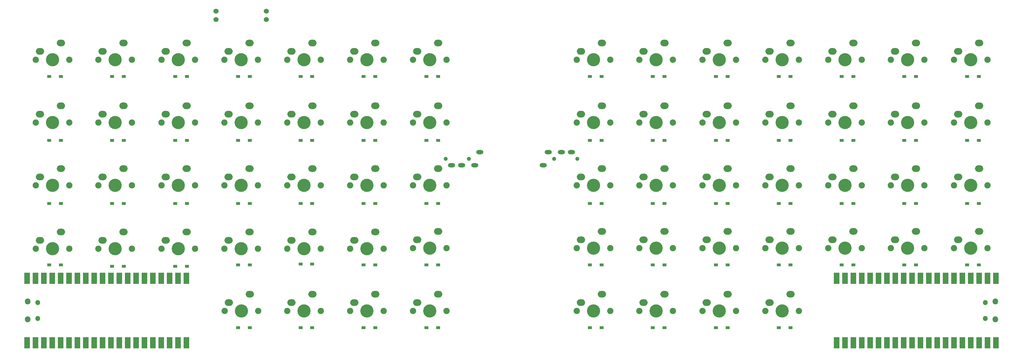
<source format=gbr>
%TF.GenerationSoftware,KiCad,Pcbnew,(7.0.0-0)*%
%TF.CreationDate,2023-03-05T21:50:49+09:00*%
%TF.ProjectId,11111,31313131-312e-46b6-9963-61645f706362,rev?*%
%TF.SameCoordinates,Original*%
%TF.FileFunction,Soldermask,Bot*%
%TF.FilePolarity,Negative*%
%FSLAX46Y46*%
G04 Gerber Fmt 4.6, Leading zero omitted, Abs format (unit mm)*
G04 Created by KiCad (PCBNEW (7.0.0-0)) date 2023-03-05 21:50:49*
%MOMM*%
%LPD*%
G01*
G04 APERTURE LIST*
%ADD10R,1.300000X0.950000*%
%ADD11C,1.900000*%
%ADD12C,4.000000*%
%ADD13O,2.500000X2.000000*%
%ADD14C,1.210000*%
%ADD15O,2.200000X1.300000*%
%ADD16C,1.524000*%
%ADD17O,1.800000X1.800000*%
%ADD18O,1.500000X1.500000*%
%ADD19R,1.700000X3.500000*%
G04 APERTURE END LIST*
D10*
%TO.C,D27*%
X304424999Y-64999999D03*
X307974999Y-64999999D03*
%TD*%
D11*
%TO.C,SW13*%
X300355000Y-40580000D03*
D12*
X305435000Y-40580000D03*
D11*
X310515000Y-40580000D03*
D13*
X301624999Y-38039999D03*
X307974999Y-35499999D03*
%TD*%
D11*
%TO.C,SW46*%
X98425000Y-97850000D03*
D12*
X103505000Y-97850000D03*
D11*
X108585000Y-97850000D03*
D13*
X99694999Y-95309999D03*
X106044999Y-92769999D03*
%TD*%
D10*
%TO.C,D39*%
X266444999Y-84129999D03*
X269994999Y-84129999D03*
%TD*%
%TO.C,D22*%
X209194999Y-64999999D03*
X212744999Y-64999999D03*
%TD*%
%TO.C,D33*%
X121499999Y-84129999D03*
X125049999Y-84129999D03*
%TD*%
%TO.C,D43*%
X45309999Y-102809999D03*
X48859999Y-102809999D03*
%TD*%
%TO.C,D60*%
X159644999Y-121879999D03*
X163194999Y-121879999D03*
%TD*%
%TO.C,D52*%
X247329999Y-102809999D03*
X250879999Y-102809999D03*
%TD*%
%TO.C,D28*%
X323509999Y-64999999D03*
X327059999Y-64999999D03*
%TD*%
D11*
%TO.C,SW8*%
X205155000Y-40580000D03*
D12*
X210235000Y-40580000D03*
D11*
X215315000Y-40580000D03*
D13*
X206424999Y-38039999D03*
X212774999Y-35499999D03*
%TD*%
D10*
%TO.C,D18*%
X102559999Y-64999999D03*
X106109999Y-64999999D03*
%TD*%
%TO.C,D42*%
X323509999Y-84129999D03*
X327059999Y-84129999D03*
%TD*%
%TO.C,D26*%
X285469999Y-64999999D03*
X289019999Y-64999999D03*
%TD*%
%TO.C,D16*%
X64359999Y-64999999D03*
X67909999Y-64999999D03*
%TD*%
%TO.C,D14*%
X323509999Y-45679999D03*
X327059999Y-45679999D03*
%TD*%
D11*
%TO.C,SW54*%
X281355000Y-97730000D03*
D12*
X286435000Y-97730000D03*
D11*
X291515000Y-97730000D03*
D13*
X282624999Y-95189999D03*
X288974999Y-92649999D03*
%TD*%
D10*
%TO.C,D6*%
X140569999Y-45679999D03*
X144119999Y-45679999D03*
%TD*%
D11*
%TO.C,SW61*%
X205155000Y-116780000D03*
D12*
X210235000Y-116780000D03*
D11*
X215315000Y-116780000D03*
D13*
X206424999Y-114239999D03*
X212774999Y-111699999D03*
%TD*%
D11*
%TO.C,SW26*%
X281355000Y-59630000D03*
D12*
X286435000Y-59630000D03*
D11*
X291515000Y-59630000D03*
D13*
X282624999Y-57089999D03*
X288974999Y-54549999D03*
%TD*%
D11*
%TO.C,SW22*%
X205155000Y-59630000D03*
D12*
X210235000Y-59630000D03*
D11*
X215315000Y-59630000D03*
D13*
X206424999Y-57089999D03*
X212774999Y-54549999D03*
%TD*%
D10*
%TO.C,D41*%
X304424999Y-84129999D03*
X307974999Y-84129999D03*
%TD*%
%TO.C,D40*%
X285469999Y-84129999D03*
X289019999Y-84129999D03*
%TD*%
%TO.C,D17*%
X83509999Y-64999999D03*
X87059999Y-64999999D03*
%TD*%
%TO.C,D56*%
X323509999Y-102809999D03*
X327059999Y-102809999D03*
%TD*%
D14*
%TO.C,J1*%
X165500000Y-70580000D03*
X172500000Y-70580000D03*
D15*
X175799999Y-68579999D03*
X167299999Y-72579999D03*
X170299999Y-72579999D03*
X174299999Y-72579999D03*
%TD*%
D10*
%TO.C,D21*%
X159644999Y-64999999D03*
X163194999Y-64999999D03*
%TD*%
D16*
%TO.C,REF\u002A\u002A*%
X95920000Y-25800000D03*
X95920000Y-28340000D03*
X111160000Y-25800000D03*
X111160000Y-28340000D03*
%TD*%
D11*
%TO.C,SW34*%
X136525000Y-78680000D03*
D12*
X141605000Y-78680000D03*
D11*
X146685000Y-78680000D03*
D13*
X137794999Y-76139999D03*
X144144999Y-73599999D03*
%TD*%
D11*
%TO.C,SW15*%
X41275000Y-59630000D03*
D12*
X46355000Y-59630000D03*
D11*
X51435000Y-59630000D03*
D13*
X42544999Y-57089999D03*
X48894999Y-54549999D03*
%TD*%
D10*
%TO.C,D38*%
X247329999Y-84129999D03*
X250879999Y-84129999D03*
%TD*%
D11*
%TO.C,SW62*%
X224155000Y-116780000D03*
D12*
X229235000Y-116780000D03*
D11*
X234315000Y-116780000D03*
D13*
X225424999Y-114239999D03*
X231774999Y-111699999D03*
%TD*%
D11*
%TO.C,SW23*%
X224155000Y-59630000D03*
D12*
X229235000Y-59630000D03*
D11*
X234315000Y-59630000D03*
D13*
X225424999Y-57089999D03*
X231774999Y-54549999D03*
%TD*%
D11*
%TO.C,SW45*%
X79375000Y-97850000D03*
D12*
X84455000Y-97850000D03*
D11*
X89535000Y-97850000D03*
D13*
X80644999Y-95309999D03*
X86994999Y-92769999D03*
%TD*%
D11*
%TO.C,SW57*%
X98485000Y-116780000D03*
D12*
X103565000Y-116780000D03*
D11*
X108645000Y-116780000D03*
D13*
X99754999Y-114239999D03*
X106104999Y-111699999D03*
%TD*%
D11*
%TO.C,SW1*%
X41275000Y-40580000D03*
D12*
X46355000Y-40580000D03*
D11*
X51435000Y-40580000D03*
D13*
X42544999Y-38039999D03*
X48894999Y-35499999D03*
%TD*%
D10*
%TO.C,D53*%
X266444999Y-102809999D03*
X269994999Y-102809999D03*
%TD*%
%TO.C,D9*%
X228244999Y-45679999D03*
X231794999Y-45679999D03*
%TD*%
D11*
%TO.C,SW12*%
X281355000Y-40580000D03*
D12*
X286435000Y-40580000D03*
D11*
X291515000Y-40580000D03*
D13*
X282624999Y-38039999D03*
X288974999Y-35499999D03*
%TD*%
D11*
%TO.C,SW58*%
X117475000Y-116780000D03*
D12*
X122555000Y-116780000D03*
D11*
X127635000Y-116780000D03*
D13*
X118744999Y-114239999D03*
X125094999Y-111699999D03*
%TD*%
D11*
%TO.C,SW16*%
X60255000Y-59630000D03*
D12*
X65335000Y-59630000D03*
D11*
X70415000Y-59630000D03*
D13*
X61524999Y-57089999D03*
X67874999Y-54549999D03*
%TD*%
D10*
%TO.C,D58*%
X121499999Y-121879999D03*
X125049999Y-121879999D03*
%TD*%
D11*
%TO.C,SW40*%
X281355000Y-78680000D03*
D12*
X286435000Y-78680000D03*
D11*
X291515000Y-78680000D03*
D13*
X282624999Y-76139999D03*
X288974999Y-73599999D03*
%TD*%
D10*
%TO.C,D55*%
X304424999Y-102809999D03*
X307974999Y-102809999D03*
%TD*%
%TO.C,D32*%
X102559999Y-84129999D03*
X106109999Y-84129999D03*
%TD*%
D11*
%TO.C,SW19*%
X117475000Y-59630000D03*
D12*
X122555000Y-59630000D03*
D11*
X127635000Y-59630000D03*
D13*
X118744999Y-57089999D03*
X125094999Y-54549999D03*
%TD*%
D10*
%TO.C,D35*%
X159644999Y-84129999D03*
X163194999Y-84129999D03*
%TD*%
%TO.C,D46*%
X102559999Y-102809999D03*
X106109999Y-102809999D03*
%TD*%
%TO.C,D34*%
X140569999Y-84129999D03*
X144119999Y-84129999D03*
%TD*%
%TO.C,D36*%
X209194999Y-84129999D03*
X212744999Y-84129999D03*
%TD*%
D11*
%TO.C,SW43*%
X41275000Y-97850000D03*
D12*
X46355000Y-97850000D03*
D11*
X51435000Y-97850000D03*
D13*
X42544999Y-95309999D03*
X48894999Y-92769999D03*
%TD*%
D10*
%TO.C,D62*%
X228244999Y-121879999D03*
X231794999Y-121879999D03*
%TD*%
%TO.C,D13*%
X304424999Y-45679999D03*
X307974999Y-45679999D03*
%TD*%
D11*
%TO.C,SW53*%
X262355000Y-97730000D03*
D12*
X267435000Y-97730000D03*
D11*
X272515000Y-97730000D03*
D13*
X263624999Y-95189999D03*
X269974999Y-92649999D03*
%TD*%
D10*
%TO.C,D54*%
X285469999Y-102809999D03*
X289019999Y-102809999D03*
%TD*%
D11*
%TO.C,SW47*%
X117475000Y-97850000D03*
D12*
X122555000Y-97850000D03*
D11*
X127635000Y-97850000D03*
D13*
X118744999Y-95309999D03*
X125094999Y-92769999D03*
%TD*%
D10*
%TO.C,D2*%
X64359999Y-45679999D03*
X67909999Y-45679999D03*
%TD*%
%TO.C,D64*%
X266444999Y-121879999D03*
X269994999Y-121879999D03*
%TD*%
D11*
%TO.C,SW35*%
X155575000Y-78680000D03*
D12*
X160655000Y-78680000D03*
D11*
X165735000Y-78680000D03*
D13*
X156844999Y-76139999D03*
X163194999Y-73599999D03*
%TD*%
D11*
%TO.C,SW28*%
X319455000Y-59630000D03*
D12*
X324535000Y-59630000D03*
D11*
X329615000Y-59630000D03*
D13*
X320724999Y-57089999D03*
X327074999Y-54549999D03*
%TD*%
D11*
%TO.C,SW51*%
X224155000Y-97730000D03*
D12*
X229235000Y-97730000D03*
D11*
X234315000Y-97730000D03*
D13*
X225424999Y-95189999D03*
X231774999Y-92649999D03*
%TD*%
D10*
%TO.C,D23*%
X228244999Y-64999999D03*
X231794999Y-64999999D03*
%TD*%
D11*
%TO.C,SW37*%
X224155000Y-78680000D03*
D12*
X229235000Y-78680000D03*
D11*
X234315000Y-78680000D03*
D13*
X225424999Y-76139999D03*
X231774999Y-73599999D03*
%TD*%
D11*
%TO.C,SW56*%
X319455000Y-97730000D03*
D12*
X324535000Y-97730000D03*
D11*
X329615000Y-97730000D03*
D13*
X320724999Y-95189999D03*
X327074999Y-92649999D03*
%TD*%
D10*
%TO.C,D31*%
X83509999Y-84129999D03*
X87059999Y-84129999D03*
%TD*%
D11*
%TO.C,SW30*%
X60255000Y-78680000D03*
D12*
X65335000Y-78680000D03*
D11*
X70415000Y-78680000D03*
D13*
X61524999Y-76139999D03*
X67874999Y-73599999D03*
%TD*%
D10*
%TO.C,D59*%
X140569999Y-121879999D03*
X144119999Y-121879999D03*
%TD*%
D11*
%TO.C,SW33*%
X117475000Y-78680000D03*
D12*
X122555000Y-78680000D03*
D11*
X127635000Y-78680000D03*
D13*
X118744999Y-76139999D03*
X125094999Y-73599999D03*
%TD*%
D10*
%TO.C,D63*%
X247329999Y-121879999D03*
X250879999Y-121879999D03*
%TD*%
D11*
%TO.C,SW9*%
X224155000Y-40580000D03*
D12*
X229235000Y-40580000D03*
D11*
X234315000Y-40580000D03*
D13*
X225424999Y-38039999D03*
X231774999Y-35499999D03*
%TD*%
D10*
%TO.C,D5*%
X121499999Y-45679999D03*
X125049999Y-45679999D03*
%TD*%
%TO.C,D4*%
X102559999Y-45679999D03*
X106109999Y-45679999D03*
%TD*%
D11*
%TO.C,SW27*%
X300355000Y-59630000D03*
D12*
X305435000Y-59630000D03*
D11*
X310515000Y-59630000D03*
D13*
X301624999Y-57089999D03*
X307974999Y-54549999D03*
%TD*%
D11*
%TO.C,SW14*%
X319455000Y-40580000D03*
D12*
X324535000Y-40580000D03*
D11*
X329615000Y-40580000D03*
D13*
X320724999Y-38039999D03*
X327074999Y-35499999D03*
%TD*%
D11*
%TO.C,SW50*%
X205155000Y-97730000D03*
D12*
X210235000Y-97730000D03*
D11*
X215315000Y-97730000D03*
D13*
X206424999Y-95189999D03*
X212774999Y-92649999D03*
%TD*%
D10*
%TO.C,D7*%
X159644999Y-45679999D03*
X163194999Y-45679999D03*
%TD*%
D11*
%TO.C,SW38*%
X243255000Y-78680000D03*
D12*
X248335000Y-78680000D03*
D11*
X253415000Y-78680000D03*
D13*
X244524999Y-76139999D03*
X250874999Y-73599999D03*
%TD*%
D11*
%TO.C,SW11*%
X262355000Y-40580000D03*
D12*
X267435000Y-40580000D03*
D11*
X272515000Y-40580000D03*
D13*
X263624999Y-38039999D03*
X269974999Y-35499999D03*
%TD*%
D11*
%TO.C,SW6*%
X136525000Y-40580000D03*
D12*
X141605000Y-40580000D03*
D11*
X146685000Y-40580000D03*
D13*
X137794999Y-38039999D03*
X144144999Y-35499999D03*
%TD*%
D11*
%TO.C,SW44*%
X60255000Y-97850000D03*
D12*
X65335000Y-97850000D03*
D11*
X70415000Y-97850000D03*
D13*
X61524999Y-95309999D03*
X67874999Y-92769999D03*
%TD*%
D10*
%TO.C,D50*%
X209194999Y-102809999D03*
X212744999Y-102809999D03*
%TD*%
D11*
%TO.C,SW52*%
X243255000Y-97730000D03*
D12*
X248335000Y-97730000D03*
D11*
X253415000Y-97730000D03*
D13*
X244524999Y-95189999D03*
X250874999Y-92649999D03*
%TD*%
D10*
%TO.C,D57*%
X102559999Y-121879999D03*
X106109999Y-121879999D03*
%TD*%
%TO.C,D44*%
X64359999Y-103209999D03*
X67909999Y-103209999D03*
%TD*%
%TO.C,D20*%
X140569999Y-64999999D03*
X144119999Y-64999999D03*
%TD*%
D11*
%TO.C,SW49*%
X155575000Y-97730000D03*
D12*
X160655000Y-97730000D03*
D11*
X165735000Y-97730000D03*
D13*
X156844999Y-95189999D03*
X163194999Y-92649999D03*
%TD*%
D11*
%TO.C,SW21*%
X155575000Y-59630000D03*
D12*
X160655000Y-59630000D03*
D11*
X165735000Y-59630000D03*
D13*
X156844999Y-57089999D03*
X163194999Y-54549999D03*
%TD*%
D10*
%TO.C,D30*%
X64359999Y-84129999D03*
X67909999Y-84129999D03*
%TD*%
%TO.C,D10*%
X247329999Y-45679999D03*
X250879999Y-45679999D03*
%TD*%
%TO.C,D49*%
X159644999Y-102809999D03*
X163194999Y-102809999D03*
%TD*%
D11*
%TO.C,SW29*%
X41275000Y-78680000D03*
D12*
X46355000Y-78680000D03*
D11*
X51435000Y-78680000D03*
D13*
X42544999Y-76139999D03*
X48894999Y-73599999D03*
%TD*%
D11*
%TO.C,SW4*%
X98425000Y-40580000D03*
D12*
X103505000Y-40580000D03*
D11*
X108585000Y-40580000D03*
D13*
X99694999Y-38039999D03*
X106044999Y-35499999D03*
%TD*%
D10*
%TO.C,D45*%
X83509999Y-103209999D03*
X87059999Y-103209999D03*
%TD*%
%TO.C,D19*%
X121499999Y-64999999D03*
X125049999Y-64999999D03*
%TD*%
D11*
%TO.C,SW39*%
X262355000Y-78680000D03*
D12*
X267435000Y-78680000D03*
D11*
X272515000Y-78680000D03*
D13*
X263624999Y-76139999D03*
X269974999Y-73599999D03*
%TD*%
D11*
%TO.C,SW59*%
X136525000Y-116780000D03*
D12*
X141605000Y-116780000D03*
D11*
X146685000Y-116780000D03*
D13*
X137794999Y-114239999D03*
X144144999Y-111699999D03*
%TD*%
D11*
%TO.C,SW20*%
X136525000Y-59630000D03*
D12*
X141605000Y-59630000D03*
D11*
X146685000Y-59630000D03*
D13*
X137794999Y-57089999D03*
X144144999Y-54549999D03*
%TD*%
D10*
%TO.C,D61*%
X209194999Y-121879999D03*
X212744999Y-121879999D03*
%TD*%
D11*
%TO.C,SW32*%
X98425000Y-78680000D03*
D12*
X103505000Y-78680000D03*
D11*
X108585000Y-78680000D03*
D13*
X99694999Y-76139999D03*
X106044999Y-73599999D03*
%TD*%
D11*
%TO.C,SW55*%
X300355000Y-97730000D03*
D12*
X305435000Y-97730000D03*
D11*
X310515000Y-97730000D03*
D13*
X301624999Y-95189999D03*
X307974999Y-92649999D03*
%TD*%
D11*
%TO.C,SW2*%
X60255000Y-40580000D03*
D12*
X65335000Y-40580000D03*
D11*
X70415000Y-40580000D03*
D13*
X61524999Y-38039999D03*
X67874999Y-35499999D03*
%TD*%
D11*
%TO.C,SW3*%
X79375000Y-40580000D03*
D12*
X84455000Y-40580000D03*
D11*
X89535000Y-40580000D03*
D13*
X80644999Y-38039999D03*
X86994999Y-35499999D03*
%TD*%
D11*
%TO.C,SW7*%
X155575000Y-40580000D03*
D12*
X160655000Y-40580000D03*
D11*
X165735000Y-40580000D03*
D13*
X156844999Y-38039999D03*
X163194999Y-35499999D03*
%TD*%
D11*
%TO.C,SW24*%
X243255000Y-59630000D03*
D12*
X248335000Y-59630000D03*
D11*
X253415000Y-59630000D03*
D13*
X244524999Y-57089999D03*
X250874999Y-54549999D03*
%TD*%
D10*
%TO.C,D51*%
X228244999Y-102809999D03*
X231794999Y-102809999D03*
%TD*%
D11*
%TO.C,SW17*%
X79375000Y-59630000D03*
D12*
X84455000Y-59630000D03*
D11*
X89535000Y-59630000D03*
D13*
X80644999Y-57089999D03*
X86994999Y-54549999D03*
%TD*%
D11*
%TO.C,SW25*%
X262355000Y-59630000D03*
D12*
X267435000Y-59630000D03*
D11*
X272515000Y-59630000D03*
D13*
X263624999Y-57089999D03*
X269974999Y-54549999D03*
%TD*%
D14*
%TO.C,J2*%
X205345000Y-70580000D03*
X198345000Y-70580000D03*
D15*
X195044999Y-72579999D03*
X203544999Y-68579999D03*
X200544999Y-68579999D03*
X196544999Y-68579999D03*
%TD*%
D10*
%TO.C,D3*%
X83509999Y-45679999D03*
X87059999Y-45679999D03*
%TD*%
%TO.C,D24*%
X247329999Y-64999999D03*
X250879999Y-64999999D03*
%TD*%
D11*
%TO.C,SW48*%
X136525000Y-97850000D03*
D12*
X141605000Y-97850000D03*
D11*
X146685000Y-97850000D03*
D13*
X137794999Y-95309999D03*
X144144999Y-92769999D03*
%TD*%
D10*
%TO.C,D25*%
X266444999Y-64999999D03*
X269994999Y-64999999D03*
%TD*%
%TO.C,D48*%
X140569999Y-102809999D03*
X144119999Y-102809999D03*
%TD*%
D11*
%TO.C,SW10*%
X243255000Y-40580000D03*
D12*
X248335000Y-40580000D03*
D11*
X253415000Y-40580000D03*
D13*
X244524999Y-38039999D03*
X250874999Y-35499999D03*
%TD*%
D11*
%TO.C,SW60*%
X155575000Y-116780000D03*
D12*
X160655000Y-116780000D03*
D11*
X165735000Y-116780000D03*
D13*
X156844999Y-114239999D03*
X163194999Y-111699999D03*
%TD*%
D11*
%TO.C,SW18*%
X98425000Y-59630000D03*
D12*
X103505000Y-59630000D03*
D11*
X108585000Y-59630000D03*
D13*
X99694999Y-57089999D03*
X106044999Y-54549999D03*
%TD*%
D10*
%TO.C,D8*%
X209194999Y-45679999D03*
X212744999Y-45679999D03*
%TD*%
%TO.C,D47*%
X121499999Y-102559999D03*
X125049999Y-102559999D03*
%TD*%
%TO.C,D29*%
X45309999Y-84129999D03*
X48859999Y-84129999D03*
%TD*%
D11*
%TO.C,SW64*%
X262355000Y-116780000D03*
D12*
X267435000Y-116780000D03*
D11*
X272515000Y-116780000D03*
D13*
X263624999Y-114239999D03*
X269974999Y-111699999D03*
%TD*%
D10*
%TO.C,D37*%
X228244999Y-84129999D03*
X231794999Y-84129999D03*
%TD*%
%TO.C,D12*%
X285469999Y-45679999D03*
X289019999Y-45679999D03*
%TD*%
D11*
%TO.C,SW41*%
X300355000Y-78680000D03*
D12*
X305435000Y-78680000D03*
D11*
X310515000Y-78680000D03*
D13*
X301624999Y-76139999D03*
X307974999Y-73599999D03*
%TD*%
D11*
%TO.C,SW42*%
X319455000Y-78680000D03*
D12*
X324535000Y-78680000D03*
D11*
X329615000Y-78680000D03*
D13*
X320724999Y-76139999D03*
X327074999Y-73599999D03*
%TD*%
D10*
%TO.C,D11*%
X266444999Y-45679999D03*
X269994999Y-45679999D03*
%TD*%
D11*
%TO.C,SW31*%
X79375000Y-78680000D03*
D12*
X84455000Y-78680000D03*
D11*
X89535000Y-78680000D03*
D13*
X80644999Y-76139999D03*
X86994999Y-73599999D03*
%TD*%
D11*
%TO.C,SW36*%
X205155000Y-78680000D03*
D12*
X210235000Y-78680000D03*
D11*
X215315000Y-78680000D03*
D13*
X206424999Y-76139999D03*
X212774999Y-73599999D03*
%TD*%
D10*
%TO.C,D15*%
X45309999Y-64999999D03*
X48859999Y-64999999D03*
%TD*%
%TO.C,D1*%
X45309999Y-45679999D03*
X48859999Y-45679999D03*
%TD*%
D11*
%TO.C,SW5*%
X117475000Y-40580000D03*
D12*
X122555000Y-40580000D03*
D11*
X127635000Y-40580000D03*
D13*
X118744999Y-38039999D03*
X125094999Y-35499999D03*
%TD*%
D11*
%TO.C,SW63*%
X243255000Y-116780000D03*
D12*
X248335000Y-116780000D03*
D11*
X253415000Y-116780000D03*
D13*
X244524999Y-114239999D03*
X250874999Y-111699999D03*
%TD*%
D17*
%TO.C,U1*%
X38799999Y-113889999D03*
D18*
X41829999Y-114189999D03*
X41829999Y-119039999D03*
D17*
X38799999Y-119339999D03*
D19*
X38669999Y-106824999D03*
X41209999Y-106824999D03*
X43749999Y-106824999D03*
X46289999Y-106824999D03*
X48829999Y-106824999D03*
X51369999Y-106824999D03*
X53909999Y-106824999D03*
X56449999Y-106824999D03*
X58989999Y-106824999D03*
X61529999Y-106824999D03*
X64069999Y-106824999D03*
X66609999Y-106824999D03*
X69149999Y-106824999D03*
X71689999Y-106824999D03*
X74229999Y-106824999D03*
X76769999Y-106824999D03*
X79309999Y-106824999D03*
X81849999Y-106824999D03*
X84389999Y-106824999D03*
X86929999Y-106824999D03*
X86929999Y-126404999D03*
X84389999Y-126404999D03*
X81849999Y-126404999D03*
X79309999Y-126404999D03*
X76769999Y-126404999D03*
X74229999Y-126404999D03*
X71689999Y-126404999D03*
X69149999Y-126404999D03*
X66609999Y-126404999D03*
X64069999Y-126404999D03*
X61529999Y-126404999D03*
X58989999Y-126404999D03*
X56449999Y-126404999D03*
X53909999Y-126404999D03*
X51369999Y-126404999D03*
X48829999Y-126404999D03*
X46289999Y-126404999D03*
X43749999Y-126404999D03*
X41209999Y-126404999D03*
X38669999Y-126404999D03*
%TD*%
D17*
%TO.C,U2*%
X332034999Y-119339999D03*
D18*
X329004999Y-119039999D03*
X329004999Y-114189999D03*
D17*
X332034999Y-113889999D03*
D19*
X332164999Y-126404999D03*
X329624999Y-126404999D03*
X327084999Y-126404999D03*
X324544999Y-126404999D03*
X322004999Y-126404999D03*
X319464999Y-126404999D03*
X316924999Y-126404999D03*
X314384999Y-126404999D03*
X311844999Y-126404999D03*
X309304999Y-126404999D03*
X306764999Y-126404999D03*
X304224999Y-126404999D03*
X301684999Y-126404999D03*
X299144999Y-126404999D03*
X296604999Y-126404999D03*
X294064999Y-126404999D03*
X291524999Y-126404999D03*
X288984999Y-126404999D03*
X286444999Y-126404999D03*
X283904999Y-126404999D03*
X283904999Y-106824999D03*
X286444999Y-106824999D03*
X288984999Y-106824999D03*
X291524999Y-106824999D03*
X294064999Y-106824999D03*
X296604999Y-106824999D03*
X299144999Y-106824999D03*
X301684999Y-106824999D03*
X304224999Y-106824999D03*
X306764999Y-106824999D03*
X309304999Y-106824999D03*
X311844999Y-106824999D03*
X314384999Y-106824999D03*
X316924999Y-106824999D03*
X319464999Y-106824999D03*
X322004999Y-106824999D03*
X324544999Y-106824999D03*
X327084999Y-106824999D03*
X329624999Y-106824999D03*
X332164999Y-106824999D03*
%TD*%
M02*

</source>
